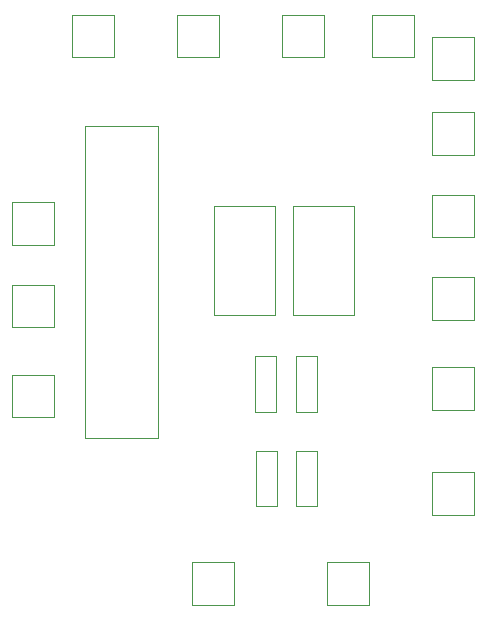
<source format=gbr>
G04 #@! TF.FileFunction,Other,User*
%FSLAX46Y46*%
G04 Gerber Fmt 4.6, Leading zero omitted, Abs format (unit mm)*
G04 Created by KiCad (PCBNEW 4.0.7-e2-6376~58~ubuntu16.04.1) date Mon Dec 18 21:23:22 2017*
%MOMM*%
%LPD*%
G01*
G04 APERTURE LIST*
%ADD10C,0.100000*%
%ADD11C,0.050000*%
G04 APERTURE END LIST*
D10*
D11*
X164652000Y-104588000D02*
X159452000Y-104588000D01*
X159452000Y-104588000D02*
X159452000Y-113788000D01*
X159452000Y-113788000D02*
X164652000Y-113788000D01*
X164652000Y-113788000D02*
X164652000Y-104588000D01*
X171306800Y-104562600D02*
X166106800Y-104562600D01*
X166106800Y-104562600D02*
X166106800Y-113762600D01*
X166106800Y-113762600D02*
X171306800Y-113762600D01*
X171306800Y-113762600D02*
X171306800Y-104562600D01*
X166409800Y-129959600D02*
X166409800Y-125259600D01*
X166409800Y-129959600D02*
X168209800Y-129959600D01*
X168209800Y-125259600D02*
X166409800Y-125259600D01*
X168209800Y-125259600D02*
X168209800Y-129959600D01*
X166359000Y-121984000D02*
X166359000Y-117284000D01*
X166359000Y-121984000D02*
X168159000Y-121984000D01*
X168159000Y-117284000D02*
X166359000Y-117284000D01*
X168159000Y-117284000D02*
X168159000Y-121984000D01*
X162930000Y-121984000D02*
X162930000Y-117284000D01*
X162930000Y-121984000D02*
X164730000Y-121984000D01*
X164730000Y-117284000D02*
X162930000Y-117284000D01*
X164730000Y-117284000D02*
X164730000Y-121984000D01*
X162980800Y-129959600D02*
X162980800Y-125259600D01*
X162980800Y-129959600D02*
X164780800Y-129959600D01*
X164780800Y-125259600D02*
X162980800Y-125259600D01*
X164780800Y-125259600D02*
X164780800Y-129959600D01*
X148568000Y-97768000D02*
X148568000Y-124218000D01*
X148568000Y-124218000D02*
X154718000Y-124218000D01*
X154718000Y-124218000D02*
X154718000Y-97768000D01*
X154718000Y-97768000D02*
X148568000Y-97768000D01*
X177905000Y-107210000D02*
X181505000Y-107210000D01*
X181505000Y-107210000D02*
X181505000Y-103610000D01*
X181505000Y-103610000D02*
X177905000Y-103610000D01*
X177905000Y-103610000D02*
X177905000Y-107210000D01*
X177905000Y-121815000D02*
X181505000Y-121815000D01*
X181505000Y-121815000D02*
X181505000Y-118215000D01*
X181505000Y-118215000D02*
X177905000Y-118215000D01*
X177905000Y-118215000D02*
X177905000Y-121815000D01*
X145945000Y-104245000D02*
X142345000Y-104245000D01*
X142345000Y-104245000D02*
X142345000Y-107845000D01*
X142345000Y-107845000D02*
X145945000Y-107845000D01*
X145945000Y-107845000D02*
X145945000Y-104245000D01*
X151025000Y-91970000D02*
X151025000Y-88370000D01*
X151025000Y-88370000D02*
X147425000Y-88370000D01*
X147425000Y-88370000D02*
X147425000Y-91970000D01*
X147425000Y-91970000D02*
X151025000Y-91970000D01*
X159915000Y-91970000D02*
X159915000Y-88370000D01*
X159915000Y-88370000D02*
X156315000Y-88370000D01*
X156315000Y-88370000D02*
X156315000Y-91970000D01*
X156315000Y-91970000D02*
X159915000Y-91970000D01*
X177905000Y-130705000D02*
X181505000Y-130705000D01*
X181505000Y-130705000D02*
X181505000Y-127105000D01*
X181505000Y-127105000D02*
X177905000Y-127105000D01*
X177905000Y-127105000D02*
X177905000Y-130705000D01*
X177905000Y-93875000D02*
X181505000Y-93875000D01*
X181505000Y-93875000D02*
X181505000Y-90275000D01*
X181505000Y-90275000D02*
X177905000Y-90275000D01*
X177905000Y-90275000D02*
X177905000Y-93875000D01*
X177905000Y-114195000D02*
X181505000Y-114195000D01*
X181505000Y-114195000D02*
X181505000Y-110595000D01*
X181505000Y-110595000D02*
X177905000Y-110595000D01*
X177905000Y-110595000D02*
X177905000Y-114195000D01*
X176425000Y-91970000D02*
X176425000Y-88370000D01*
X176425000Y-88370000D02*
X172825000Y-88370000D01*
X172825000Y-88370000D02*
X172825000Y-91970000D01*
X172825000Y-91970000D02*
X176425000Y-91970000D01*
X168805000Y-91970000D02*
X168805000Y-88370000D01*
X168805000Y-88370000D02*
X165205000Y-88370000D01*
X165205000Y-88370000D02*
X165205000Y-91970000D01*
X165205000Y-91970000D02*
X168805000Y-91970000D01*
X145945000Y-118850000D02*
X142345000Y-118850000D01*
X142345000Y-118850000D02*
X142345000Y-122450000D01*
X142345000Y-122450000D02*
X145945000Y-122450000D01*
X145945000Y-122450000D02*
X145945000Y-118850000D01*
X157585000Y-134725000D02*
X157585000Y-138325000D01*
X157585000Y-138325000D02*
X161185000Y-138325000D01*
X161185000Y-138325000D02*
X161185000Y-134725000D01*
X161185000Y-134725000D02*
X157585000Y-134725000D01*
X145945000Y-111230000D02*
X142345000Y-111230000D01*
X142345000Y-111230000D02*
X142345000Y-114830000D01*
X142345000Y-114830000D02*
X145945000Y-114830000D01*
X145945000Y-114830000D02*
X145945000Y-111230000D01*
X169015000Y-134725000D02*
X169015000Y-138325000D01*
X169015000Y-138325000D02*
X172615000Y-138325000D01*
X172615000Y-138325000D02*
X172615000Y-134725000D01*
X172615000Y-134725000D02*
X169015000Y-134725000D01*
X177905000Y-100225000D02*
X181505000Y-100225000D01*
X181505000Y-100225000D02*
X181505000Y-96625000D01*
X181505000Y-96625000D02*
X177905000Y-96625000D01*
X177905000Y-96625000D02*
X177905000Y-100225000D01*
M02*

</source>
